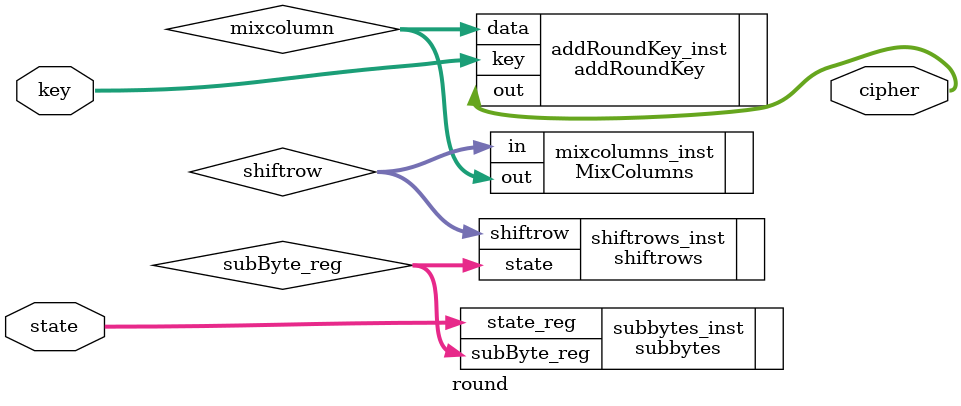
<source format=v>
module round (
    input [127:0] state,
    input [127:0] key,
    output [127:0] cipher
);

    // Declare signals
    wire [127:0] subByte_reg;
    wire [127:0] shiftrow;
    wire [127:0] mixcolumn;

    // Instantiate subbytes module
    subbytes subbytes_inst (
        .state_reg(state),
        .subByte_reg(subByte_reg)
    );

    // Instantiate shiftrows module
    shiftrows shiftrows_inst (
        .state(subByte_reg),
        .shiftrow(shiftrow)
    );

    // Instantiate mix columns
    MixColumns mixcolumns_inst (
        .in(shiftrow),
        .out(mixcolumn)
    );

    // Use the expanded key in your other modules
    // Note: You'll need to select the correct 128 bits from the expanded key
    addRoundKey addRoundKey_inst (
        .data(mixcolumn),
        .key(key),  // Use the first 128 bits of the expanded key
        .out(cipher)
    );

endmodule
</source>
